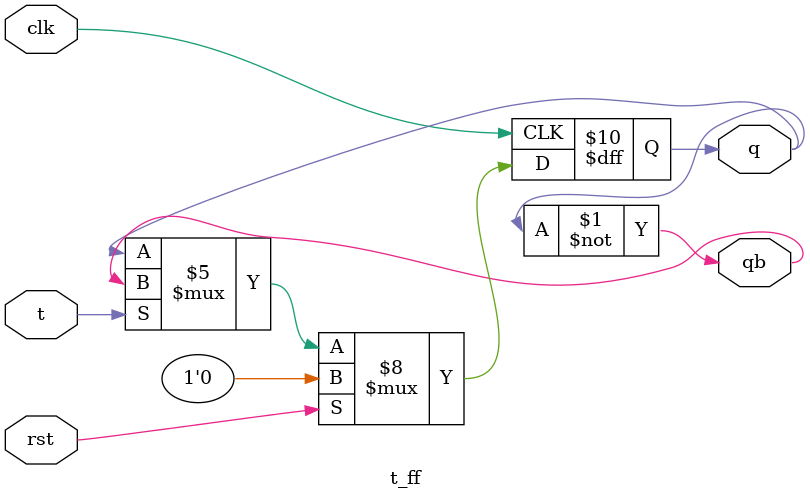
<source format=v>
module t_ff(
  input t,
  input clk,
  input rst,
  output reg q,
  output wire qb
);
  assign qb=~q;
  always@(posedge clk)begin
    if(rst)begin
      q<=1'b0;
    end 
    else if(t==1'b1)begin
      q<=qb;
      end
    else begin
      q<=q;  
    end
  end
endmodule

</source>
